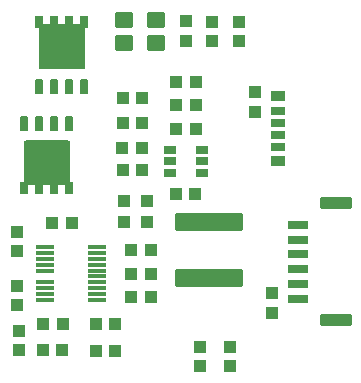
<source format=gtp>
G04*
G04 #@! TF.GenerationSoftware,Altium Limited,Altium Designer,24.5.2 (23)*
G04*
G04 Layer_Color=8421504*
%FSLAX44Y44*%
%MOMM*%
G71*
G04*
G04 #@! TF.SameCoordinates,77DF0842-A661-4F59-BA2F-9A799A7BDEE5*
G04*
G04*
G04 #@! TF.FilePolarity,Positive*
G04*
G01*
G75*
G04:AMPARAMS|DCode=19|XSize=3.81mm|YSize=3.91mm|CornerRadius=0.1905mm|HoleSize=0mm|Usage=FLASHONLY|Rotation=90.000|XOffset=0mm|YOffset=0mm|HoleType=Round|Shape=RoundedRectangle|*
%AMROUNDEDRECTD19*
21,1,3.8100,3.5290,0,0,90.0*
21,1,3.4290,3.9100,0,0,90.0*
1,1,0.3810,1.7645,1.7145*
1,1,0.3810,1.7645,-1.7145*
1,1,0.3810,-1.7645,-1.7145*
1,1,0.3810,-1.7645,1.7145*
%
%ADD19ROUNDEDRECTD19*%
G04:AMPARAMS|DCode=20|XSize=1.27mm|YSize=0.61mm|CornerRadius=0.0305mm|HoleSize=0mm|Usage=FLASHONLY|Rotation=90.000|XOffset=0mm|YOffset=0mm|HoleType=Round|Shape=RoundedRectangle|*
%AMROUNDEDRECTD20*
21,1,1.2700,0.5490,0,0,90.0*
21,1,1.2090,0.6100,0,0,90.0*
1,1,0.0610,0.2745,0.6045*
1,1,0.0610,0.2745,-0.6045*
1,1,0.0610,-0.2745,-0.6045*
1,1,0.0610,-0.2745,0.6045*
%
%ADD20ROUNDEDRECTD20*%
G04:AMPARAMS|DCode=21|XSize=1.02mm|YSize=0.61mm|CornerRadius=0.0305mm|HoleSize=0mm|Usage=FLASHONLY|Rotation=90.000|XOffset=0mm|YOffset=0mm|HoleType=Round|Shape=RoundedRectangle|*
%AMROUNDEDRECTD21*
21,1,1.0200,0.5490,0,0,90.0*
21,1,0.9590,0.6100,0,0,90.0*
1,1,0.0610,0.2745,0.4795*
1,1,0.0610,0.2745,-0.4795*
1,1,0.0610,-0.2745,-0.4795*
1,1,0.0610,-0.2745,0.4795*
%
%ADD21ROUNDEDRECTD21*%
G04:AMPARAMS|DCode=22|XSize=0.7mm|YSize=1.2mm|CornerRadius=0.035mm|HoleSize=0mm|Usage=FLASHONLY|Rotation=90.000|XOffset=0mm|YOffset=0mm|HoleType=Round|Shape=RoundedRectangle|*
%AMROUNDEDRECTD22*
21,1,0.7000,1.1300,0,0,90.0*
21,1,0.6300,1.2000,0,0,90.0*
1,1,0.0700,0.5650,0.3150*
1,1,0.0700,0.5650,-0.3150*
1,1,0.0700,-0.5650,-0.3150*
1,1,0.0700,-0.5650,0.3150*
%
%ADD22ROUNDEDRECTD22*%
G04:AMPARAMS|DCode=23|XSize=0.76mm|YSize=1.2mm|CornerRadius=0.038mm|HoleSize=0mm|Usage=FLASHONLY|Rotation=90.000|XOffset=0mm|YOffset=0mm|HoleType=Round|Shape=RoundedRectangle|*
%AMROUNDEDRECTD23*
21,1,0.7600,1.1240,0,0,90.0*
21,1,0.6840,1.2000,0,0,90.0*
1,1,0.0760,0.5620,0.3420*
1,1,0.0760,0.5620,-0.3420*
1,1,0.0760,-0.5620,-0.3420*
1,1,0.0760,-0.5620,0.3420*
%
%ADD23ROUNDEDRECTD23*%
G04:AMPARAMS|DCode=24|XSize=0.8mm|YSize=1.2mm|CornerRadius=0.04mm|HoleSize=0mm|Usage=FLASHONLY|Rotation=90.000|XOffset=0mm|YOffset=0mm|HoleType=Round|Shape=RoundedRectangle|*
%AMROUNDEDRECTD24*
21,1,0.8000,1.1200,0,0,90.0*
21,1,0.7200,1.2000,0,0,90.0*
1,1,0.0800,0.5600,0.3600*
1,1,0.0800,0.5600,-0.3600*
1,1,0.0800,-0.5600,-0.3600*
1,1,0.0800,-0.5600,0.3600*
%
%ADD24ROUNDEDRECTD24*%
G04:AMPARAMS|DCode=25|XSize=0.6mm|YSize=1.7mm|CornerRadius=0.03mm|HoleSize=0mm|Usage=FLASHONLY|Rotation=90.000|XOffset=0mm|YOffset=0mm|HoleType=Round|Shape=RoundedRectangle|*
%AMROUNDEDRECTD25*
21,1,0.6000,1.6400,0,0,90.0*
21,1,0.5400,1.7000,0,0,90.0*
1,1,0.0600,0.8200,0.2700*
1,1,0.0600,0.8200,-0.2700*
1,1,0.0600,-0.8200,-0.2700*
1,1,0.0600,-0.8200,0.2700*
%
%ADD25ROUNDEDRECTD25*%
G04:AMPARAMS|DCode=26|XSize=2.7mm|YSize=1mm|CornerRadius=0.05mm|HoleSize=0mm|Usage=FLASHONLY|Rotation=180.000|XOffset=0mm|YOffset=0mm|HoleType=Round|Shape=RoundedRectangle|*
%AMROUNDEDRECTD26*
21,1,2.7000,0.9000,0,0,180.0*
21,1,2.6000,1.0000,0,0,180.0*
1,1,0.1000,-1.3000,0.4500*
1,1,0.1000,1.3000,0.4500*
1,1,0.1000,1.3000,-0.4500*
1,1,0.1000,-1.3000,-0.4500*
%
%ADD26ROUNDEDRECTD26*%
G04:AMPARAMS|DCode=27|XSize=1.1mm|YSize=1mm|CornerRadius=0.075mm|HoleSize=0mm|Usage=FLASHONLY|Rotation=0.000|XOffset=0mm|YOffset=0mm|HoleType=Round|Shape=RoundedRectangle|*
%AMROUNDEDRECTD27*
21,1,1.1000,0.8500,0,0,0.0*
21,1,0.9500,1.0000,0,0,0.0*
1,1,0.1500,0.4750,-0.4250*
1,1,0.1500,-0.4750,-0.4250*
1,1,0.1500,-0.4750,0.4250*
1,1,0.1500,0.4750,0.4250*
%
%ADD27ROUNDEDRECTD27*%
G04:AMPARAMS|DCode=28|XSize=1.6mm|YSize=5.7mm|CornerRadius=0.12mm|HoleSize=0mm|Usage=FLASHONLY|Rotation=270.000|XOffset=0mm|YOffset=0mm|HoleType=Round|Shape=RoundedRectangle|*
%AMROUNDEDRECTD28*
21,1,1.6000,5.4600,0,0,270.0*
21,1,1.3600,5.7000,0,0,270.0*
1,1,0.2400,-2.7300,-0.6800*
1,1,0.2400,-2.7300,0.6800*
1,1,0.2400,2.7300,0.6800*
1,1,0.2400,2.7300,-0.6800*
%
%ADD28ROUNDEDRECTD28*%
G04:AMPARAMS|DCode=29|XSize=1.1mm|YSize=1mm|CornerRadius=0.075mm|HoleSize=0mm|Usage=FLASHONLY|Rotation=270.000|XOffset=0mm|YOffset=0mm|HoleType=Round|Shape=RoundedRectangle|*
%AMROUNDEDRECTD29*
21,1,1.1000,0.8500,0,0,270.0*
21,1,0.9500,1.0000,0,0,270.0*
1,1,0.1500,-0.4250,-0.4750*
1,1,0.1500,-0.4250,0.4750*
1,1,0.1500,0.4250,0.4750*
1,1,0.1500,0.4250,-0.4750*
%
%ADD29ROUNDEDRECTD29*%
G04:AMPARAMS|DCode=30|XSize=1mm|YSize=1.1mm|CornerRadius=0.075mm|HoleSize=0mm|Usage=FLASHONLY|Rotation=0.000|XOffset=0mm|YOffset=0mm|HoleType=Round|Shape=RoundedRectangle|*
%AMROUNDEDRECTD30*
21,1,1.0000,0.9500,0,0,0.0*
21,1,0.8500,1.1000,0,0,0.0*
1,1,0.1500,0.4250,-0.4750*
1,1,0.1500,-0.4250,-0.4750*
1,1,0.1500,-0.4250,0.4750*
1,1,0.1500,0.4250,0.4750*
%
%ADD30ROUNDEDRECTD30*%
G04:AMPARAMS|DCode=31|XSize=1mm|YSize=1.1mm|CornerRadius=0.075mm|HoleSize=0mm|Usage=FLASHONLY|Rotation=270.000|XOffset=0mm|YOffset=0mm|HoleType=Round|Shape=RoundedRectangle|*
%AMROUNDEDRECTD31*
21,1,1.0000,0.9500,0,0,270.0*
21,1,0.8500,1.1000,0,0,270.0*
1,1,0.1500,-0.4750,-0.4250*
1,1,0.1500,-0.4750,0.4250*
1,1,0.1500,0.4750,0.4250*
1,1,0.1500,0.4750,-0.4250*
%
%ADD31ROUNDEDRECTD31*%
G04:AMPARAMS|DCode=32|XSize=1.3mm|YSize=1.5mm|CornerRadius=0.0975mm|HoleSize=0mm|Usage=FLASHONLY|Rotation=270.000|XOffset=0mm|YOffset=0mm|HoleType=Round|Shape=RoundedRectangle|*
%AMROUNDEDRECTD32*
21,1,1.3000,1.3050,0,0,270.0*
21,1,1.1050,1.5000,0,0,270.0*
1,1,0.1950,-0.6525,-0.5525*
1,1,0.1950,-0.6525,0.5525*
1,1,0.1950,0.6525,0.5525*
1,1,0.1950,0.6525,-0.5525*
%
%ADD32ROUNDEDRECTD32*%
G04:AMPARAMS|DCode=33|XSize=1.1mm|YSize=1mm|CornerRadius=0.1mm|HoleSize=0mm|Usage=FLASHONLY|Rotation=270.000|XOffset=0mm|YOffset=0mm|HoleType=Round|Shape=RoundedRectangle|*
%AMROUNDEDRECTD33*
21,1,1.1000,0.8000,0,0,270.0*
21,1,0.9000,1.0000,0,0,270.0*
1,1,0.2000,-0.4000,-0.4500*
1,1,0.2000,-0.4000,0.4500*
1,1,0.2000,0.4000,0.4500*
1,1,0.2000,0.4000,-0.4500*
%
%ADD33ROUNDEDRECTD33*%
G04:AMPARAMS|DCode=34|XSize=1.1mm|YSize=0.6mm|CornerRadius=0.03mm|HoleSize=0mm|Usage=FLASHONLY|Rotation=180.000|XOffset=0mm|YOffset=0mm|HoleType=Round|Shape=RoundedRectangle|*
%AMROUNDEDRECTD34*
21,1,1.1000,0.5400,0,0,180.0*
21,1,1.0400,0.6000,0,0,180.0*
1,1,0.0600,-0.5200,0.2700*
1,1,0.0600,0.5200,0.2700*
1,1,0.0600,0.5200,-0.2700*
1,1,0.0600,-0.5200,-0.2700*
%
%ADD34ROUNDEDRECTD34*%
G04:AMPARAMS|DCode=35|XSize=1.45mm|YSize=0.3mm|CornerRadius=0.015mm|HoleSize=0mm|Usage=FLASHONLY|Rotation=180.000|XOffset=0mm|YOffset=0mm|HoleType=Round|Shape=RoundedRectangle|*
%AMROUNDEDRECTD35*
21,1,1.4500,0.2700,0,0,180.0*
21,1,1.4200,0.3000,0,0,180.0*
1,1,0.0300,-0.7100,0.1350*
1,1,0.0300,0.7100,0.1350*
1,1,0.0300,0.7100,-0.1350*
1,1,0.0300,-0.7100,-0.1350*
%
%ADD35ROUNDEDRECTD35*%
G04:AMPARAMS|DCode=36|XSize=1.1mm|YSize=1mm|CornerRadius=0.1mm|HoleSize=0mm|Usage=FLASHONLY|Rotation=0.000|XOffset=0mm|YOffset=0mm|HoleType=Round|Shape=RoundedRectangle|*
%AMROUNDEDRECTD36*
21,1,1.1000,0.8000,0,0,0.0*
21,1,0.9000,1.0000,0,0,0.0*
1,1,0.2000,0.4500,-0.4000*
1,1,0.2000,-0.4500,-0.4000*
1,1,0.2000,-0.4500,0.4000*
1,1,0.2000,0.4500,0.4000*
%
%ADD36ROUNDEDRECTD36*%
D19*
X350000Y529000D02*
D03*
X337300Y430700D02*
D03*
D20*
X330950Y495400D02*
D03*
X343650D02*
D03*
X356350D02*
D03*
X369050D02*
D03*
X356350Y464300D02*
D03*
X343650D02*
D03*
X330950D02*
D03*
X318250D02*
D03*
D21*
X330950Y550050D02*
D03*
X343650D02*
D03*
X356350D02*
D03*
X369050D02*
D03*
X356350Y409650D02*
D03*
X343650D02*
D03*
X330950D02*
D03*
X318250D02*
D03*
D22*
X533000Y455000D02*
D03*
Y465000D02*
D03*
D23*
Y444800D02*
D03*
Y475200D02*
D03*
D24*
Y432500D02*
D03*
Y487500D02*
D03*
D25*
X550000Y378750D02*
D03*
Y366250D02*
D03*
Y353750D02*
D03*
Y341250D02*
D03*
Y328750D02*
D03*
Y316250D02*
D03*
D26*
X582000Y297750D02*
D03*
Y397250D02*
D03*
D27*
X312000Y311000D02*
D03*
Y327000D02*
D03*
X446500Y480000D02*
D03*
X463500D02*
D03*
X418000Y444000D02*
D03*
X401000D02*
D03*
X409000Y357500D02*
D03*
X426000D02*
D03*
X358500Y380000D02*
D03*
X341500D02*
D03*
X463500Y500000D02*
D03*
X446500D02*
D03*
X409000Y317500D02*
D03*
X426000D02*
D03*
X463500Y460000D02*
D03*
X446500D02*
D03*
X409000Y337500D02*
D03*
X426000D02*
D03*
X334000Y295000D02*
D03*
X351000D02*
D03*
D28*
X475000Y334000D02*
D03*
Y381000D02*
D03*
D29*
X402000Y425000D02*
D03*
X418000D02*
D03*
X455000Y534000D02*
D03*
Y551000D02*
D03*
X514000Y491000D02*
D03*
Y474000D02*
D03*
X422500Y398500D02*
D03*
Y381500D02*
D03*
X528000Y304000D02*
D03*
Y321000D02*
D03*
X402500Y398500D02*
D03*
Y381500D02*
D03*
D30*
X477500Y534500D02*
D03*
Y550500D02*
D03*
X312000Y357000D02*
D03*
Y373000D02*
D03*
X314000Y289000D02*
D03*
Y273000D02*
D03*
X467500Y275500D02*
D03*
Y259500D02*
D03*
X500000Y550500D02*
D03*
Y534500D02*
D03*
D31*
X418000Y465000D02*
D03*
X402000D02*
D03*
Y486500D02*
D03*
X418000D02*
D03*
X334500Y272500D02*
D03*
X350500D02*
D03*
X395000Y295000D02*
D03*
X379000D02*
D03*
X379000Y272000D02*
D03*
X395000D02*
D03*
D32*
X430000Y552000D02*
D03*
Y533000D02*
D03*
X402500Y552000D02*
D03*
Y533000D02*
D03*
D33*
X447000Y405000D02*
D03*
X463000D02*
D03*
D34*
X468500Y423000D02*
D03*
Y432500D02*
D03*
Y442000D02*
D03*
X441500Y423000D02*
D03*
Y432500D02*
D03*
Y442000D02*
D03*
D35*
X380000Y315000D02*
D03*
Y320000D02*
D03*
X336000Y340000D02*
D03*
Y350000D02*
D03*
Y315000D02*
D03*
Y320000D02*
D03*
Y330000D02*
D03*
Y325000D02*
D03*
Y360000D02*
D03*
Y355000D02*
D03*
Y345000D02*
D03*
X380000Y345000D02*
D03*
Y350000D02*
D03*
Y355000D02*
D03*
Y340000D02*
D03*
Y360000D02*
D03*
Y330000D02*
D03*
Y325000D02*
D03*
Y335000D02*
D03*
D36*
X492500Y275500D02*
D03*
Y259500D02*
D03*
M02*

</source>
